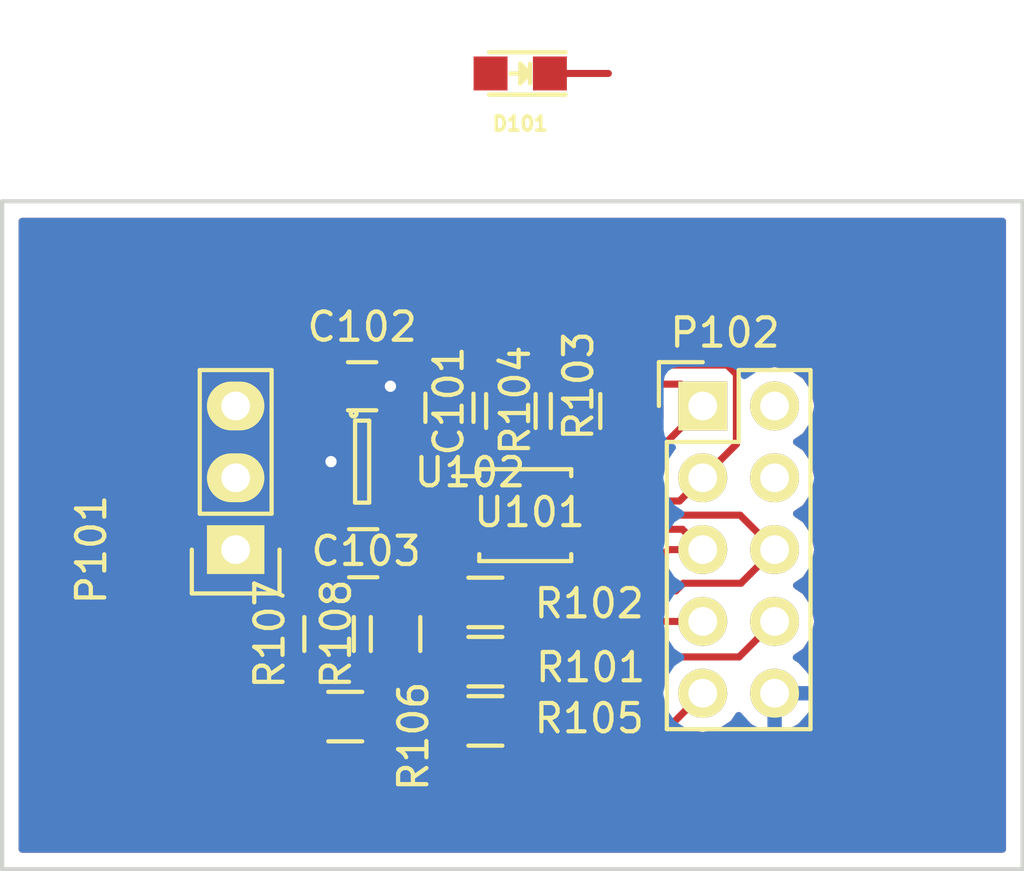
<source format=kicad_pcb>
(kicad_pcb (version 4) (host pcbnew 4.0.0-rc1-stable)

  (general
    (links 87)
    (no_connects 55)
    (area 165.786999 91.237999 202.005001 115.010001)
    (thickness 1.6)
    (drawings 4)
    (tracks 81)
    (zones 0)
    (modules 16)
    (nets 16)
  )

  (page A4)
  (layers
    (0 F.Cu signal)
    (31 B.Cu signal)
    (32 B.Adhes user)
    (33 F.Adhes user)
    (34 B.Paste user)
    (35 F.Paste user)
    (36 B.SilkS user)
    (37 F.SilkS user)
    (38 B.Mask user)
    (39 F.Mask user)
    (40 Dwgs.User user)
    (41 Cmts.User user)
    (42 Eco1.User user)
    (43 Eco2.User user)
    (44 Edge.Cuts user)
    (45 Margin user)
    (46 B.CrtYd user)
    (47 F.CrtYd user)
    (48 B.Fab user)
    (49 F.Fab user)
  )

  (setup
    (last_trace_width 0.25)
    (trace_clearance 0.2)
    (zone_clearance 0.508)
    (zone_45_only no)
    (trace_min 0.2)
    (segment_width 0.2)
    (edge_width 0.15)
    (via_size 0.6)
    (via_drill 0.4)
    (via_min_size 0.4)
    (via_min_drill 0.3)
    (uvia_size 0.3)
    (uvia_drill 0.1)
    (uvias_allowed no)
    (uvia_min_size 0.2)
    (uvia_min_drill 0.1)
    (pcb_text_width 0.3)
    (pcb_text_size 1.5 1.5)
    (mod_edge_width 0.15)
    (mod_text_size 1 1)
    (mod_text_width 0.15)
    (pad_size 1.524 1.524)
    (pad_drill 0.762)
    (pad_to_mask_clearance 0.2)
    (aux_axis_origin 0 0)
    (visible_elements FFFEFF3F)
    (pcbplotparams
      (layerselection 0x00030_80000001)
      (usegerberextensions false)
      (excludeedgelayer true)
      (linewidth 0.100000)
      (plotframeref false)
      (viasonmask false)
      (mode 1)
      (useauxorigin false)
      (hpglpennumber 1)
      (hpglpenspeed 20)
      (hpglpendiameter 15)
      (hpglpenoverlay 2)
      (psnegative false)
      (psa4output false)
      (plotreference true)
      (plotvalue true)
      (plotinvisibletext false)
      (padsonsilk false)
      (subtractmaskfromsilk false)
      (outputformat 1)
      (mirror false)
      (drillshape 1)
      (scaleselection 1)
      (outputdirectory ""))
  )

  (net 0 "")
  (net 1 +3V3)
  (net 2 GND)
  (net 3 +5V)
  (net 4 "Net-(D101-Pad1)")
  (net 5 /PNP_B)
  (net 6 /PNP_E)
  (net 7 /I2C_SCL)
  (net 8 /I2C_SDA)
  (net 9 /PRB_EN)
  (net 10 /GPIO_0)
  (net 11 /GPIO_1)
  (net 12 /I2C_A0)
  (net 13 /PRB_CAT)
  (net 14 /I2C_A1)
  (net 15 "Net-(U102-Pad4)")

  (net_class Default "This is the default net class."
    (clearance 0.2)
    (trace_width 0.25)
    (via_dia 0.6)
    (via_drill 0.4)
    (uvia_dia 0.3)
    (uvia_drill 0.1)
    (add_net +3V3)
    (add_net +5V)
    (add_net /GPIO_0)
    (add_net /GPIO_1)
    (add_net /I2C_A0)
    (add_net /I2C_A1)
    (add_net /I2C_SCL)
    (add_net /I2C_SDA)
    (add_net /PNP_B)
    (add_net /PNP_E)
    (add_net /PRB_CAT)
    (add_net /PRB_EN)
    (add_net GND)
    (add_net "Net-(D1-Pad1)")
    (add_net "Net-(D101-Pad1)")
    (add_net "Net-(U102-Pad4)")
    (add_net "Net-(U2-Pad4)")
  )

  (module Resistors_SMD:R_0805 (layer F.Cu) (tedit 560D4CEC) (tstamp 560C07EB)
    (at 182.9435 109.6899)
    (descr "Resistor SMD 0805, reflow soldering, Vishay (see dcrcw.pdf)")
    (tags "resistor 0805")
    (path /560BF87A)
    (attr smd)
    (fp_text reference R105 (at 3.6703 -0.0889) (layer F.SilkS)
      (effects (font (size 1 1) (thickness 0.15)))
    )
    (fp_text value 100K (at 0 2.1) (layer F.Fab)
      (effects (font (size 1 1) (thickness 0.15)))
    )
    (fp_line (start -1.6 -1) (end 1.6 -1) (layer F.CrtYd) (width 0.05))
    (fp_line (start -1.6 1) (end 1.6 1) (layer F.CrtYd) (width 0.05))
    (fp_line (start -1.6 -1) (end -1.6 1) (layer F.CrtYd) (width 0.05))
    (fp_line (start 1.6 -1) (end 1.6 1) (layer F.CrtYd) (width 0.05))
    (fp_line (start 0.6 0.875) (end -0.6 0.875) (layer F.SilkS) (width 0.15))
    (fp_line (start -0.6 -0.875) (end 0.6 -0.875) (layer F.SilkS) (width 0.15))
    (pad 1 smd rect (at -0.95 0) (size 0.7 1.3) (layers F.Cu F.Paste F.Mask)
      (net 2 GND))
    (pad 2 smd rect (at 0.95 0) (size 0.7 1.3) (layers F.Cu F.Paste F.Mask)
      (net 13 /PRB_CAT))
    (model Resistors_SMD.3dshapes/R_0805.wrl
      (at (xyz 0 0 0))
      (scale (xyz 1 1 1))
      (rotate (xyz 0 0 0))
    )
  )

  (module Housings_SSOP:MSOP-10-1EP_3x3mm_Pitch0.5mm (layer F.Cu) (tedit 560C1201) (tstamp 560C0803)
    (at 184.3532 102.4128)
    (descr "MSE Package; 10-Lead Plastic MSOP, Exposed Die Pad (see Linear Technology 05081664_I_MSE.pdf)")
    (tags "SSOP 0.5")
    (path /560BF2A2)
    (attr smd)
    (fp_text reference U101 (at 0.1524 -0.1016) (layer F.SilkS)
      (effects (font (size 1 1) (thickness 0.15)))
    )
    (fp_text value TMP435 (at 0 2.55) (layer F.Fab)
      (effects (font (size 1 1) (thickness 0.15)))
    )
    (fp_line (start -2.8 -1.8) (end -2.8 1.8) (layer F.CrtYd) (width 0.05))
    (fp_line (start 2.8 -1.8) (end 2.8 1.8) (layer F.CrtYd) (width 0.05))
    (fp_line (start -2.8 -1.8) (end 2.8 -1.8) (layer F.CrtYd) (width 0.05))
    (fp_line (start -2.8 1.8) (end 2.8 1.8) (layer F.CrtYd) (width 0.05))
    (fp_line (start -1.625 -1.625) (end -1.625 -1.3775) (layer F.SilkS) (width 0.15))
    (fp_line (start 1.625 -1.625) (end 1.625 -1.3775) (layer F.SilkS) (width 0.15))
    (fp_line (start 1.625 1.625) (end 1.625 1.3775) (layer F.SilkS) (width 0.15))
    (fp_line (start -1.625 1.625) (end -1.625 1.3775) (layer F.SilkS) (width 0.15))
    (fp_line (start -1.625 -1.625) (end 1.625 -1.625) (layer F.SilkS) (width 0.15))
    (fp_line (start -1.625 1.625) (end 1.625 1.625) (layer F.SilkS) (width 0.15))
    (fp_line (start -1.625 -1.3775) (end -2.55 -1.3775) (layer F.SilkS) (width 0.15))
    (pad 1 smd rect (at -2.105 -1) (size 0.89 0.305) (layers F.Cu F.Paste F.Mask)
      (net 1 +3V3))
    (pad 2 smd rect (at -2.105 -0.5) (size 0.89 0.305) (layers F.Cu F.Paste F.Mask)
      (net 6 /PNP_E))
    (pad 3 smd rect (at -2.105 0) (size 0.89 0.305) (layers F.Cu F.Paste F.Mask)
      (net 5 /PNP_B))
    (pad 4 smd rect (at -2.105 0.5) (size 0.89 0.305) (layers F.Cu F.Paste F.Mask)
      (net 12 /I2C_A0))
    (pad 5 smd rect (at -2.105 1) (size 0.89 0.305) (layers F.Cu F.Paste F.Mask)
      (net 14 /I2C_A1))
    (pad 6 smd rect (at 2.105 1) (size 0.89 0.305) (layers F.Cu F.Paste F.Mask)
      (net 2 GND))
    (pad 7 smd rect (at 2.105 0.5) (size 0.89 0.305) (layers F.Cu F.Paste F.Mask)
      (net 10 /GPIO_0))
    (pad 8 smd rect (at 2.105 0) (size 0.89 0.305) (layers F.Cu F.Paste F.Mask)
      (net 11 /GPIO_1))
    (pad 9 smd rect (at 2.105 -0.5) (size 0.89 0.305) (layers F.Cu F.Paste F.Mask)
      (net 8 /I2C_SDA))
    (pad 10 smd rect (at 2.105 -1) (size 0.89 0.305) (layers F.Cu F.Paste F.Mask)
      (net 7 /I2C_SCL))
    (pad 11 smd rect (at 0.42 0.47) (size 0.84 0.94) (layers F.Cu F.Paste F.Mask)
      (solder_paste_margin_ratio -0.2))
    (pad 11 smd rect (at 0.42 -0.47) (size 0.84 0.94) (layers F.Cu F.Paste F.Mask)
      (solder_paste_margin_ratio -0.2))
    (pad 11 smd rect (at -0.42 0.47) (size 0.84 0.94) (layers F.Cu F.Paste F.Mask)
      (solder_paste_margin_ratio -0.2))
    (pad 11 smd rect (at -0.42 -0.47) (size 0.84 0.94) (layers F.Cu F.Paste F.Mask)
      (solder_paste_margin_ratio -0.2))
    (model Housings_SSOP.3dshapes/MSOP-10-1EP_3x3mm_Pitch0.5mm.wrl
      (at (xyz 0 0 0))
      (scale (xyz 1 1 1))
      (rotate (xyz 0 0 0))
    )
  )

  (module Capacitors_SMD:C_0805 (layer F.Cu) (tedit 5415D6EA) (tstamp 560C07B2)
    (at 178.5874 97.8535)
    (descr "Capacitor SMD 0805, reflow soldering, AVX (see smccp.pdf)")
    (tags "capacitor 0805")
    (path /560C10CB)
    (attr smd)
    (fp_text reference C102 (at 0 -2.1) (layer F.SilkS)
      (effects (font (size 1 1) (thickness 0.15)))
    )
    (fp_text value 4.7uF (at 0 2.1) (layer F.Fab)
      (effects (font (size 1 1) (thickness 0.15)))
    )
    (fp_line (start -1.8 -1) (end 1.8 -1) (layer F.CrtYd) (width 0.05))
    (fp_line (start -1.8 1) (end 1.8 1) (layer F.CrtYd) (width 0.05))
    (fp_line (start -1.8 -1) (end -1.8 1) (layer F.CrtYd) (width 0.05))
    (fp_line (start 1.8 -1) (end 1.8 1) (layer F.CrtYd) (width 0.05))
    (fp_line (start 0.5 -0.85) (end -0.5 -0.85) (layer F.SilkS) (width 0.15))
    (fp_line (start -0.5 0.85) (end 0.5 0.85) (layer F.SilkS) (width 0.15))
    (pad 1 smd rect (at -1 0) (size 1 1.25) (layers F.Cu F.Paste F.Mask)
      (net 3 +5V))
    (pad 2 smd rect (at 1 0) (size 1 1.25) (layers F.Cu F.Paste F.Mask)
      (net 2 GND))
    (model Capacitors_SMD.3dshapes/C_0805.wrl
      (at (xyz 0 0 0))
      (scale (xyz 1 1 1))
      (rotate (xyz 0 0 0))
    )
  )

  (module Resistors_SMD:R_0805 (layer F.Cu) (tedit 560D4CEA) (tstamp 560C07D3)
    (at 182.9435 107.5944)
    (descr "Resistor SMD 0805, reflow soldering, Vishay (see dcrcw.pdf)")
    (tags "resistor 0805")
    (path /560C0697)
    (attr smd)
    (fp_text reference R101 (at 3.7211 0.2032) (layer F.SilkS)
      (effects (font (size 1 1) (thickness 0.15)))
    )
    (fp_text value 100K (at 0 2.1) (layer F.Fab)
      (effects (font (size 1 1) (thickness 0.15)))
    )
    (fp_line (start -1.6 -1) (end 1.6 -1) (layer F.CrtYd) (width 0.05))
    (fp_line (start -1.6 1) (end 1.6 1) (layer F.CrtYd) (width 0.05))
    (fp_line (start -1.6 -1) (end -1.6 1) (layer F.CrtYd) (width 0.05))
    (fp_line (start 1.6 -1) (end 1.6 1) (layer F.CrtYd) (width 0.05))
    (fp_line (start 0.6 0.875) (end -0.6 0.875) (layer F.SilkS) (width 0.15))
    (fp_line (start -0.6 -0.875) (end 0.6 -0.875) (layer F.SilkS) (width 0.15))
    (pad 1 smd rect (at -0.95 0) (size 0.7 1.3) (layers F.Cu F.Paste F.Mask)
      (net 1 +3V3))
    (pad 2 smd rect (at 0.95 0) (size 0.7 1.3) (layers F.Cu F.Paste F.Mask)
      (net 11 /GPIO_1))
    (model Resistors_SMD.3dshapes/R_0805.wrl
      (at (xyz 0 0 0))
      (scale (xyz 1 1 1))
      (rotate (xyz 0 0 0))
    )
  )

  (module Resistors_SMD:R_0805 (layer F.Cu) (tedit 560D4CE8) (tstamp 560C07D9)
    (at 182.9435 105.4989)
    (descr "Resistor SMD 0805, reflow soldering, Vishay (see dcrcw.pdf)")
    (tags "resistor 0805")
    (path /560C042A)
    (attr smd)
    (fp_text reference R102 (at 3.6703 0.0381) (layer F.SilkS)
      (effects (font (size 1 1) (thickness 0.15)))
    )
    (fp_text value 100K (at 0 2.1) (layer F.Fab)
      (effects (font (size 1 1) (thickness 0.15)))
    )
    (fp_line (start -1.6 -1) (end 1.6 -1) (layer F.CrtYd) (width 0.05))
    (fp_line (start -1.6 1) (end 1.6 1) (layer F.CrtYd) (width 0.05))
    (fp_line (start -1.6 -1) (end -1.6 1) (layer F.CrtYd) (width 0.05))
    (fp_line (start 1.6 -1) (end 1.6 1) (layer F.CrtYd) (width 0.05))
    (fp_line (start 0.6 0.875) (end -0.6 0.875) (layer F.SilkS) (width 0.15))
    (fp_line (start -0.6 -0.875) (end 0.6 -0.875) (layer F.SilkS) (width 0.15))
    (pad 1 smd rect (at -0.95 0) (size 0.7 1.3) (layers F.Cu F.Paste F.Mask)
      (net 1 +3V3))
    (pad 2 smd rect (at 0.95 0) (size 0.7 1.3) (layers F.Cu F.Paste F.Mask)
      (net 10 /GPIO_0))
    (model Resistors_SMD.3dshapes/R_0805.wrl
      (at (xyz 0 0 0))
      (scale (xyz 1 1 1))
      (rotate (xyz 0 0 0))
    )
  )

  (module Pin_Headers:Pin_Header_Straight_2x05 (layer F.Cu) (tedit 560D4CC3) (tstamp 560C07CD)
    (at 190.627 98.552)
    (descr "Through hole pin header")
    (tags "pin header")
    (path /560BF5FA)
    (fp_text reference P102 (at 0.7874 -2.5908 180) (layer F.SilkS)
      (effects (font (size 1 1) (thickness 0.15)))
    )
    (fp_text value CONN_02X05 (at 0 -3.1) (layer F.Fab)
      (effects (font (size 1 1) (thickness 0.15)))
    )
    (fp_line (start -1.75 -1.75) (end -1.75 11.95) (layer F.CrtYd) (width 0.05))
    (fp_line (start 4.3 -1.75) (end 4.3 11.95) (layer F.CrtYd) (width 0.05))
    (fp_line (start -1.75 -1.75) (end 4.3 -1.75) (layer F.CrtYd) (width 0.05))
    (fp_line (start -1.75 11.95) (end 4.3 11.95) (layer F.CrtYd) (width 0.05))
    (fp_line (start 3.81 -1.27) (end 3.81 11.43) (layer F.SilkS) (width 0.15))
    (fp_line (start 3.81 11.43) (end -1.27 11.43) (layer F.SilkS) (width 0.15))
    (fp_line (start -1.27 11.43) (end -1.27 1.27) (layer F.SilkS) (width 0.15))
    (fp_line (start 3.81 -1.27) (end 1.27 -1.27) (layer F.SilkS) (width 0.15))
    (fp_line (start 0 -1.55) (end -1.55 -1.55) (layer F.SilkS) (width 0.15))
    (fp_line (start 1.27 -1.27) (end 1.27 1.27) (layer F.SilkS) (width 0.15))
    (fp_line (start 1.27 1.27) (end -1.27 1.27) (layer F.SilkS) (width 0.15))
    (fp_line (start -1.55 -1.55) (end -1.55 0) (layer F.SilkS) (width 0.15))
    (pad 1 thru_hole rect (at 0 0) (size 1.7272 1.7272) (drill 1.016) (layers *.Cu *.Mask F.SilkS)
      (net 7 /I2C_SCL))
    (pad 2 thru_hole oval (at 2.54 0) (size 1.7272 1.7272) (drill 1.016) (layers *.Cu *.Mask F.SilkS)
      (net 3 +5V))
    (pad 3 thru_hole oval (at 0 2.54) (size 1.7272 1.7272) (drill 1.016) (layers *.Cu *.Mask F.SilkS)
      (net 8 /I2C_SDA))
    (pad 4 thru_hole oval (at 2.54 2.54) (size 1.7272 1.7272) (drill 1.016) (layers *.Cu *.Mask F.SilkS)
      (net 9 /PRB_EN))
    (pad 5 thru_hole oval (at 0 5.08) (size 1.7272 1.7272) (drill 1.016) (layers *.Cu *.Mask F.SilkS)
      (net 10 /GPIO_0))
    (pad 6 thru_hole oval (at 2.54 5.08) (size 1.7272 1.7272) (drill 1.016) (layers *.Cu *.Mask F.SilkS)
      (net 11 /GPIO_1))
    (pad 7 thru_hole oval (at 0 7.62) (size 1.7272 1.7272) (drill 1.016) (layers *.Cu *.Mask F.SilkS)
      (net 12 /I2C_A0))
    (pad 8 thru_hole oval (at 2.54 7.62) (size 1.7272 1.7272) (drill 1.016) (layers *.Cu *.Mask F.SilkS)
      (net 13 /PRB_CAT))
    (pad 9 thru_hole oval (at 0 10.16) (size 1.7272 1.7272) (drill 1.016) (layers *.Cu *.Mask F.SilkS)
      (net 14 /I2C_A1))
    (pad 10 thru_hole oval (at 2.54 10.16) (size 1.7272 1.7272) (drill 1.016) (layers *.Cu *.Mask F.SilkS)
      (net 2 GND))
    (model Pin_Headers.3dshapes/Pin_Header_Straight_2x05.wrl
      (at (xyz 0.05 -0.2 0))
      (scale (xyz 1 1 1))
      (rotate (xyz 0 0 90))
    )
  )

  (module Housings_SOT-23_SOT-143_TSOT-6:SOT-23-5 (layer F.Cu) (tedit 560C0A21) (tstamp 560C080C)
    (at 178.5874 100.5205)
    (descr "5-pin SOT23 package")
    (tags SOT-23-5)
    (path /560BF49F)
    (attr smd)
    (fp_text reference U102 (at 3.81 0.381) (layer F.SilkS)
      (effects (font (size 1 1) (thickness 0.15)))
    )
    (fp_text value TPS73233 (at -0.05 2.35) (layer F.Fab)
      (effects (font (size 1 1) (thickness 0.15)))
    )
    (fp_line (start -1.8 -1.6) (end 1.8 -1.6) (layer F.CrtYd) (width 0.05))
    (fp_line (start 1.8 -1.6) (end 1.8 1.6) (layer F.CrtYd) (width 0.05))
    (fp_line (start 1.8 1.6) (end -1.8 1.6) (layer F.CrtYd) (width 0.05))
    (fp_line (start -1.8 1.6) (end -1.8 -1.6) (layer F.CrtYd) (width 0.05))
    (fp_circle (center -0.3 -1.7) (end -0.2 -1.7) (layer F.SilkS) (width 0.15))
    (fp_line (start 0.25 -1.45) (end -0.25 -1.45) (layer F.SilkS) (width 0.15))
    (fp_line (start 0.25 1.45) (end 0.25 -1.45) (layer F.SilkS) (width 0.15))
    (fp_line (start -0.25 1.45) (end 0.25 1.45) (layer F.SilkS) (width 0.15))
    (fp_line (start -0.25 -1.45) (end -0.25 1.45) (layer F.SilkS) (width 0.15))
    (pad 1 smd rect (at -1.1 -0.95) (size 1.06 0.65) (layers F.Cu F.Paste F.Mask)
      (net 3 +5V))
    (pad 2 smd rect (at -1.1 0) (size 1.06 0.65) (layers F.Cu F.Paste F.Mask)
      (net 2 GND))
    (pad 3 smd rect (at -1.1 0.95) (size 1.06 0.65) (layers F.Cu F.Paste F.Mask)
      (net 9 /PRB_EN))
    (pad 4 smd rect (at 1.1 0.95) (size 1.06 0.65) (layers F.Cu F.Paste F.Mask)
      (net 15 "Net-(U102-Pad4)"))
    (pad 5 smd rect (at 1.1 -0.95) (size 1.06 0.65) (layers F.Cu F.Paste F.Mask)
      (net 1 +3V3))
    (model Housings_SOT-23_SOT-143_TSOT-6.3dshapes/SOT-23-5.wrl
      (at (xyz 0 0 0))
      (scale (xyz 0.11 0.11 0.11))
      (rotate (xyz 0 0 90))
    )
  )

  (module Resistors_SMD:R_0805 (layer F.Cu) (tedit 560C11EE) (tstamp 560C07DF)
    (at 186.1312 98.7298 90)
    (descr "Resistor SMD 0805, reflow soldering, Vishay (see dcrcw.pdf)")
    (tags "resistor 0805")
    (path /560BFC6A)
    (attr smd)
    (fp_text reference R103 (at 0.889 0.1016 90) (layer F.SilkS)
      (effects (font (size 1 1) (thickness 0.15)))
    )
    (fp_text value 1.8K (at 0 2.1 90) (layer F.Fab)
      (effects (font (size 1 1) (thickness 0.15)))
    )
    (fp_line (start -1.6 -1) (end 1.6 -1) (layer F.CrtYd) (width 0.05))
    (fp_line (start -1.6 1) (end 1.6 1) (layer F.CrtYd) (width 0.05))
    (fp_line (start -1.6 -1) (end -1.6 1) (layer F.CrtYd) (width 0.05))
    (fp_line (start 1.6 -1) (end 1.6 1) (layer F.CrtYd) (width 0.05))
    (fp_line (start 0.6 0.875) (end -0.6 0.875) (layer F.SilkS) (width 0.15))
    (fp_line (start -0.6 -0.875) (end 0.6 -0.875) (layer F.SilkS) (width 0.15))
    (pad 1 smd rect (at -0.95 0 90) (size 0.7 1.3) (layers F.Cu F.Paste F.Mask)
      (net 1 +3V3))
    (pad 2 smd rect (at 0.95 0 90) (size 0.7 1.3) (layers F.Cu F.Paste F.Mask)
      (net 7 /I2C_SCL))
    (model Resistors_SMD.3dshapes/R_0805.wrl
      (at (xyz 0 0 0))
      (scale (xyz 1 1 1))
      (rotate (xyz 0 0 0))
    )
  )

  (module Capacitors_SMD:C_0805 (layer F.Cu) (tedit 5415D6EA) (tstamp 560C07AC)
    (at 181.6735 98.6155 90)
    (descr "Capacitor SMD 0805, reflow soldering, AVX (see smccp.pdf)")
    (tags "capacitor 0805")
    (path /560C12C9)
    (attr smd)
    (fp_text reference C101 (at 0.2413 -0.0254 90) (layer F.SilkS)
      (effects (font (size 1 1) (thickness 0.15)))
    )
    (fp_text value 100nF (at 0 2.1 90) (layer F.Fab)
      (effects (font (size 1 1) (thickness 0.15)))
    )
    (fp_line (start -1.8 -1) (end 1.8 -1) (layer F.CrtYd) (width 0.05))
    (fp_line (start -1.8 1) (end 1.8 1) (layer F.CrtYd) (width 0.05))
    (fp_line (start -1.8 -1) (end -1.8 1) (layer F.CrtYd) (width 0.05))
    (fp_line (start 1.8 -1) (end 1.8 1) (layer F.CrtYd) (width 0.05))
    (fp_line (start 0.5 -0.85) (end -0.5 -0.85) (layer F.SilkS) (width 0.15))
    (fp_line (start -0.5 0.85) (end 0.5 0.85) (layer F.SilkS) (width 0.15))
    (pad 1 smd rect (at -1 0 90) (size 1 1.25) (layers F.Cu F.Paste F.Mask)
      (net 1 +3V3))
    (pad 2 smd rect (at 1 0 90) (size 1 1.25) (layers F.Cu F.Paste F.Mask)
      (net 2 GND))
    (model Capacitors_SMD.3dshapes/C_0805.wrl
      (at (xyz 0 0 0))
      (scale (xyz 1 1 1))
      (rotate (xyz 0 0 0))
    )
  )

  (module Resistors_SMD:R_0805 (layer F.Cu) (tedit 560C11FE) (tstamp 560C07E5)
    (at 183.8452 98.7298 90)
    (descr "Resistor SMD 0805, reflow soldering, Vishay (see dcrcw.pdf)")
    (tags "resistor 0805")
    (path /560BFCD7)
    (attr smd)
    (fp_text reference R104 (at 0.381 0.1524 90) (layer F.SilkS)
      (effects (font (size 1 1) (thickness 0.15)))
    )
    (fp_text value 1.8K (at 0 2.1 90) (layer F.Fab)
      (effects (font (size 1 1) (thickness 0.15)))
    )
    (fp_line (start -1.6 -1) (end 1.6 -1) (layer F.CrtYd) (width 0.05))
    (fp_line (start -1.6 1) (end 1.6 1) (layer F.CrtYd) (width 0.05))
    (fp_line (start -1.6 -1) (end -1.6 1) (layer F.CrtYd) (width 0.05))
    (fp_line (start 1.6 -1) (end 1.6 1) (layer F.CrtYd) (width 0.05))
    (fp_line (start 0.6 0.875) (end -0.6 0.875) (layer F.SilkS) (width 0.15))
    (fp_line (start -0.6 -0.875) (end 0.6 -0.875) (layer F.SilkS) (width 0.15))
    (pad 1 smd rect (at -0.95 0 90) (size 0.7 1.3) (layers F.Cu F.Paste F.Mask)
      (net 1 +3V3))
    (pad 2 smd rect (at 0.95 0 90) (size 0.7 1.3) (layers F.Cu F.Paste F.Mask)
      (net 8 /I2C_SDA))
    (model Resistors_SMD.3dshapes/R_0805.wrl
      (at (xyz 0 0 0))
      (scale (xyz 1 1 1))
      (rotate (xyz 0 0 0))
    )
  )

  (module LEDs:LED-0805 (layer F.Cu) (tedit 560D4EC3) (tstamp 560C07B8)
    (at 184.1754 86.7918 180)
    (descr "LED 0805 smd package")
    (tags "LED 0805 SMD")
    (path /560C0861)
    (attr smd)
    (fp_text reference D101 (at 0 -1.778 180) (layer F.SilkS)
      (effects (font (size 0.5 0.5) (thickness 0.125)))
    )
    (fp_text value LED (at 0 1.75 180) (layer F.Fab)
      (effects (font (size 1 1) (thickness 0.15)))
    )
    (fp_line (start -1.6 0.75) (end 1.1 0.75) (layer F.SilkS) (width 0.15))
    (fp_line (start -1.6 -0.75) (end 1.1 -0.75) (layer F.SilkS) (width 0.15))
    (fp_line (start -0.1 0.15) (end -0.1 -0.1) (layer F.SilkS) (width 0.15))
    (fp_line (start -0.1 -0.1) (end -0.25 0.05) (layer F.SilkS) (width 0.15))
    (fp_line (start -0.35 -0.35) (end -0.35 0.35) (layer F.SilkS) (width 0.15))
    (fp_line (start 0 0) (end 0.35 0) (layer F.SilkS) (width 0.15))
    (fp_line (start -0.35 0) (end 0 -0.35) (layer F.SilkS) (width 0.15))
    (fp_line (start 0 -0.35) (end 0 0.35) (layer F.SilkS) (width 0.15))
    (fp_line (start 0 0.35) (end -0.35 0) (layer F.SilkS) (width 0.15))
    (fp_line (start 1.9 -0.95) (end 1.9 0.95) (layer F.CrtYd) (width 0.05))
    (fp_line (start 1.9 0.95) (end -1.9 0.95) (layer F.CrtYd) (width 0.05))
    (fp_line (start -1.9 0.95) (end -1.9 -0.95) (layer F.CrtYd) (width 0.05))
    (fp_line (start -1.9 -0.95) (end 1.9 -0.95) (layer F.CrtYd) (width 0.05))
    (pad 2 smd rect (at 1.04902 0) (size 1.19888 1.19888) (layers F.Cu F.Paste F.Mask)
      (net 1 +3V3))
    (pad 1 smd rect (at -1.04902 0) (size 1.19888 1.19888) (layers F.Cu F.Paste F.Mask)
      (net 4 "Net-(D101-Pad1)"))
    (model LEDs.3dshapes/LED-0805.wrl
      (at (xyz 0 0 0))
      (scale (xyz 1 1 1))
      (rotate (xyz 0 0 0))
    )
  )

  (module Socket_Strips:Socket_Strip_Straight_1x03 (layer F.Cu) (tedit 54E9F429) (tstamp 560C07BF)
    (at 174.117 103.632 90)
    (descr "Through hole socket strip")
    (tags "socket strip")
    (path /560C0B74)
    (fp_text reference P101 (at 0 -5.1 90) (layer F.SilkS)
      (effects (font (size 1 1) (thickness 0.15)))
    )
    (fp_text value CONN_01X03 (at 0 -3.1 90) (layer F.Fab)
      (effects (font (size 1 1) (thickness 0.15)))
    )
    (fp_line (start 0 -1.55) (end -1.55 -1.55) (layer F.SilkS) (width 0.15))
    (fp_line (start -1.55 -1.55) (end -1.55 1.55) (layer F.SilkS) (width 0.15))
    (fp_line (start -1.55 1.55) (end 0 1.55) (layer F.SilkS) (width 0.15))
    (fp_line (start -1.75 -1.75) (end -1.75 1.75) (layer F.CrtYd) (width 0.05))
    (fp_line (start 6.85 -1.75) (end 6.85 1.75) (layer F.CrtYd) (width 0.05))
    (fp_line (start -1.75 -1.75) (end 6.85 -1.75) (layer F.CrtYd) (width 0.05))
    (fp_line (start -1.75 1.75) (end 6.85 1.75) (layer F.CrtYd) (width 0.05))
    (fp_line (start 1.27 -1.27) (end 6.35 -1.27) (layer F.SilkS) (width 0.15))
    (fp_line (start 6.35 -1.27) (end 6.35 1.27) (layer F.SilkS) (width 0.15))
    (fp_line (start 6.35 1.27) (end 1.27 1.27) (layer F.SilkS) (width 0.15))
    (fp_line (start 1.27 1.27) (end 1.27 -1.27) (layer F.SilkS) (width 0.15))
    (pad 1 thru_hole rect (at 0 0 90) (size 1.7272 2.032) (drill 1.016) (layers *.Cu *.Mask F.SilkS)
      (net 2 GND))
    (pad 2 thru_hole oval (at 2.54 0 90) (size 1.7272 2.032) (drill 1.016) (layers *.Cu *.Mask F.SilkS)
      (net 5 /PNP_B))
    (pad 3 thru_hole oval (at 5.08 0 90) (size 1.7272 2.032) (drill 1.016) (layers *.Cu *.Mask F.SilkS)
      (net 6 /PNP_E))
    (model Socket_Strips.3dshapes/Socket_Strip_Straight_1x03.wrl
      (at (xyz 0.1 0 0))
      (scale (xyz 1 1 1))
      (rotate (xyz 0 0 180))
    )
  )

  (module Resistors_SMD:R_0805 (layer F.Cu) (tedit 560C0C03) (tstamp 560C07F1)
    (at 177.9905 109.5375)
    (descr "Resistor SMD 0805, reflow soldering, Vishay (see dcrcw.pdf)")
    (tags "resistor 0805")
    (path /560C08BE)
    (attr smd)
    (fp_text reference R106 (at 2.413 0.6985 90) (layer F.SilkS)
      (effects (font (size 1 1) (thickness 0.15)))
    )
    (fp_text value 220 (at 0 2.1) (layer F.Fab)
      (effects (font (size 1 1) (thickness 0.15)))
    )
    (fp_line (start -1.6 -1) (end 1.6 -1) (layer F.CrtYd) (width 0.05))
    (fp_line (start -1.6 1) (end 1.6 1) (layer F.CrtYd) (width 0.05))
    (fp_line (start -1.6 -1) (end -1.6 1) (layer F.CrtYd) (width 0.05))
    (fp_line (start 1.6 -1) (end 1.6 1) (layer F.CrtYd) (width 0.05))
    (fp_line (start 0.6 0.875) (end -0.6 0.875) (layer F.SilkS) (width 0.15))
    (fp_line (start -0.6 -0.875) (end 0.6 -0.875) (layer F.SilkS) (width 0.15))
    (pad 1 smd rect (at -0.95 0) (size 0.7 1.3) (layers F.Cu F.Paste F.Mask)
      (net 4 "Net-(D101-Pad1)"))
    (pad 2 smd rect (at 0.95 0) (size 0.7 1.3) (layers F.Cu F.Paste F.Mask)
      (net 2 GND))
    (model Resistors_SMD.3dshapes/R_0805.wrl
      (at (xyz 0 0 0))
      (scale (xyz 1 1 1))
      (rotate (xyz 0 0 0))
    )
  )

  (module Capacitors_SMD:C_0805 (layer F.Cu) (tedit 5415D6EA) (tstamp 560D38C3)
    (at 178.6255 103.759)
    (descr "Capacitor SMD 0805, reflow soldering, AVX (see smccp.pdf)")
    (tags "capacitor 0805")
    (path /560D3517)
    (attr smd)
    (fp_text reference C103 (at 0.1016 -0.0762) (layer F.SilkS)
      (effects (font (size 1 1) (thickness 0.15)))
    )
    (fp_text value NP (at 0 2.1) (layer F.Fab)
      (effects (font (size 1 1) (thickness 0.15)))
    )
    (fp_line (start -1.8 -1) (end 1.8 -1) (layer F.CrtYd) (width 0.05))
    (fp_line (start -1.8 1) (end 1.8 1) (layer F.CrtYd) (width 0.05))
    (fp_line (start -1.8 -1) (end -1.8 1) (layer F.CrtYd) (width 0.05))
    (fp_line (start 1.8 -1) (end 1.8 1) (layer F.CrtYd) (width 0.05))
    (fp_line (start 0.5 -0.85) (end -0.5 -0.85) (layer F.SilkS) (width 0.15))
    (fp_line (start -0.5 0.85) (end 0.5 0.85) (layer F.SilkS) (width 0.15))
    (pad 1 smd rect (at -1 0) (size 1 1.25) (layers F.Cu F.Paste F.Mask)
      (net 6 /PNP_E))
    (pad 2 smd rect (at 1 0) (size 1 1.25) (layers F.Cu F.Paste F.Mask)
      (net 5 /PNP_B))
    (model Capacitors_SMD.3dshapes/C_0805.wrl
      (at (xyz 0 0 0))
      (scale (xyz 1 1 1))
      (rotate (xyz 0 0 0))
    )
  )

  (module Resistors_SMD:R_0805 (layer F.Cu) (tedit 5415CDEB) (tstamp 560D38C9)
    (at 177.419 106.6165 90)
    (descr "Resistor SMD 0805, reflow soldering, Vishay (see dcrcw.pdf)")
    (tags "resistor 0805")
    (path /560D38BE)
    (attr smd)
    (fp_text reference R107 (at 0 -2.1 90) (layer F.SilkS)
      (effects (font (size 1 1) (thickness 0.15)))
    )
    (fp_text value 0 (at 0 2.1 90) (layer F.Fab)
      (effects (font (size 1 1) (thickness 0.15)))
    )
    (fp_line (start -1.6 -1) (end 1.6 -1) (layer F.CrtYd) (width 0.05))
    (fp_line (start -1.6 1) (end 1.6 1) (layer F.CrtYd) (width 0.05))
    (fp_line (start -1.6 -1) (end -1.6 1) (layer F.CrtYd) (width 0.05))
    (fp_line (start 1.6 -1) (end 1.6 1) (layer F.CrtYd) (width 0.05))
    (fp_line (start 0.6 0.875) (end -0.6 0.875) (layer F.SilkS) (width 0.15))
    (fp_line (start -0.6 -0.875) (end 0.6 -0.875) (layer F.SilkS) (width 0.15))
    (pad 1 smd rect (at -0.95 0 90) (size 0.7 1.3) (layers F.Cu F.Paste F.Mask)
      (net 6 /PNP_E))
    (pad 2 smd rect (at 0.95 0 90) (size 0.7 1.3) (layers F.Cu F.Paste F.Mask)
      (net 6 /PNP_E))
    (model Resistors_SMD.3dshapes/R_0805.wrl
      (at (xyz 0 0 0))
      (scale (xyz 1 1 1))
      (rotate (xyz 0 0 0))
    )
  )

  (module Resistors_SMD:R_0805 (layer F.Cu) (tedit 5415CDEB) (tstamp 560D38CF)
    (at 179.7685 106.6165 90)
    (descr "Resistor SMD 0805, reflow soldering, Vishay (see dcrcw.pdf)")
    (tags "resistor 0805")
    (path /560D3947)
    (attr smd)
    (fp_text reference R108 (at 0 -2.1 90) (layer F.SilkS)
      (effects (font (size 1 1) (thickness 0.15)))
    )
    (fp_text value 0 (at 0 2.1 90) (layer F.Fab)
      (effects (font (size 1 1) (thickness 0.15)))
    )
    (fp_line (start -1.6 -1) (end 1.6 -1) (layer F.CrtYd) (width 0.05))
    (fp_line (start -1.6 1) (end 1.6 1) (layer F.CrtYd) (width 0.05))
    (fp_line (start -1.6 -1) (end -1.6 1) (layer F.CrtYd) (width 0.05))
    (fp_line (start 1.6 -1) (end 1.6 1) (layer F.CrtYd) (width 0.05))
    (fp_line (start 0.6 0.875) (end -0.6 0.875) (layer F.SilkS) (width 0.15))
    (fp_line (start -0.6 -0.875) (end 0.6 -0.875) (layer F.SilkS) (width 0.15))
    (pad 1 smd rect (at -0.95 0 90) (size 0.7 1.3) (layers F.Cu F.Paste F.Mask)
      (net 5 /PNP_B))
    (pad 2 smd rect (at 0.95 0 90) (size 0.7 1.3) (layers F.Cu F.Paste F.Mask)
      (net 5 /PNP_B))
    (model Resistors_SMD.3dshapes/R_0805.wrl
      (at (xyz 0 0 0))
      (scale (xyz 1 1 1))
      (rotate (xyz 0 0 0))
    )
  )

  (gr_line (start 165.862 91.313) (end 201.93 91.313) (angle 90) (layer Edge.Cuts) (width 0.15))
  (gr_line (start 165.862 114.935) (end 165.862 91.313) (angle 90) (layer Edge.Cuts) (width 0.15))
  (gr_line (start 201.93 114.935) (end 165.862 114.935) (angle 90) (layer Edge.Cuts) (width 0.15))
  (gr_line (start 201.93 91.313) (end 201.93 114.935) (angle 90) (layer Edge.Cuts) (width 0.15))

  (segment (start 183.1594 86.741) (end 183.12638 86.7918) (width 0.25) (layer F.Cu) (net 1) (tstamp 560D4A61) (status 80000))
  (via (at 179.5874 97.8535) (size 0.6) (drill 0.4) (layers F.Cu B.Cu) (net 2))
  (via (at 177.4874 100.5205) (size 0.6) (drill 0.4) (layers F.Cu B.Cu) (net 2) (status 30))
  (segment (start 179.5874 97.8535) (end 179.4764 97.8535) (width 0.25) (layer B.Cu) (net 2) (tstamp 560C12FA))
  (segment (start 187.2894 86.7918) (end 185.22442 86.7918) (width 0.25) (layer F.Cu) (net 4))
  (segment (start 179.7685 107.5665) (end 179.7685 108.1665) (width 0.25) (layer F.Cu) (net 5))
  (segment (start 175.458001 102.280601) (end 174.2694 101.092) (width 0.25) (layer F.Cu) (net 5))
  (segment (start 179.7685 108.1665) (end 179.693499 108.241501) (width 0.25) (layer F.Cu) (net 5))
  (segment (start 179.693499 108.241501) (end 176.261899 108.241501) (width 0.25) (layer F.Cu) (net 5))
  (segment (start 176.261899 108.241501) (end 175.458001 107.437603) (width 0.25) (layer F.Cu) (net 5))
  (segment (start 175.458001 107.437603) (end 175.458001 102.280601) (width 0.25) (layer F.Cu) (net 5))
  (segment (start 174.2694 101.092) (end 174.117 101.092) (width 0.25) (layer F.Cu) (net 5))
  (segment (start 179.6255 103.759) (end 179.6255 105.5235) (width 0.25) (layer F.Cu) (net 5))
  (segment (start 179.6255 105.5235) (end 179.7685 105.6665) (width 0.25) (layer F.Cu) (net 5))
  (segment (start 182.2482 102.4128) (end 180.8467 102.4128) (width 0.25) (layer F.Cu) (net 5))
  (segment (start 180.8467 102.4128) (end 179.6255 103.634) (width 0.25) (layer F.Cu) (net 5))
  (segment (start 179.6255 103.634) (end 179.6255 103.759) (width 0.25) (layer F.Cu) (net 5))
  (segment (start 177.419 107.5665) (end 177.119 107.5665) (width 0.25) (layer F.Cu) (net 6))
  (segment (start 177.119 107.5665) (end 176.519 106.9665) (width 0.25) (layer F.Cu) (net 6))
  (segment (start 174.2694 98.552) (end 174.117 98.552) (width 0.25) (layer F.Cu) (net 6))
  (segment (start 176.519 106.9665) (end 176.519 100.8016) (width 0.25) (layer F.Cu) (net 6))
  (segment (start 176.519 100.8016) (end 174.2694 98.552) (width 0.25) (layer F.Cu) (net 6))
  (segment (start 177.6255 103.759) (end 177.6255 105.46) (width 0.25) (layer F.Cu) (net 6))
  (segment (start 177.6255 105.46) (end 177.419 105.6665) (width 0.25) (layer F.Cu) (net 6))
  (segment (start 182.2482 101.9128) (end 180.685102 101.9128) (width 0.25) (layer F.Cu) (net 6))
  (segment (start 180.685102 101.9128) (end 179.788903 102.808999) (width 0.25) (layer F.Cu) (net 6))
  (segment (start 178.450501 102.808999) (end 177.6255 103.634) (width 0.25) (layer F.Cu) (net 6))
  (segment (start 179.788903 102.808999) (end 178.450501 102.808999) (width 0.25) (layer F.Cu) (net 6))
  (segment (start 177.6255 103.634) (end 177.6255 103.759) (width 0.25) (layer F.Cu) (net 6))
  (segment (start 186.1312 97.7798) (end 189.8548 97.7798) (width 0.25) (layer F.Cu) (net 7))
  (segment (start 189.8548 97.7798) (end 190.627 98.552) (width 0.25) (layer F.Cu) (net 7))
  (segment (start 186.4582 101.4128) (end 187.7662 101.4128) (width 0.25) (layer F.Cu) (net 7))
  (segment (start 187.7662 101.4128) (end 190.627 98.552) (width 0.25) (layer F.Cu) (net 7))
  (segment (start 186.4582 101.4128) (end 186.7507 101.4128) (width 0.25) (layer F.Cu) (net 7))
  (segment (start 190.627 101.092) (end 191.815601 99.903399) (width 0.25) (layer F.Cu) (net 8))
  (segment (start 191.815601 99.903399) (end 191.815601 97.428399) (width 0.25) (layer F.Cu) (net 8))
  (segment (start 191.815601 97.428399) (end 191.492001 97.104799) (width 0.25) (layer F.Cu) (net 8))
  (segment (start 191.492001 97.104799) (end 184.820201 97.104799) (width 0.25) (layer F.Cu) (net 8))
  (segment (start 184.820201 97.104799) (end 184.1452 97.7798) (width 0.25) (layer F.Cu) (net 8))
  (segment (start 184.1452 97.7798) (end 183.8452 97.7798) (width 0.25) (layer F.Cu) (net 8))
  (segment (start 186.4582 101.9128) (end 189.8062 101.9128) (width 0.25) (layer F.Cu) (net 8))
  (segment (start 189.8062 101.9128) (end 190.627 101.092) (width 0.25) (layer F.Cu) (net 8))
  (segment (start 186.4582 102.9128) (end 189.9078 102.9128) (width 0.25) (layer F.Cu) (net 10))
  (segment (start 189.9078 102.9128) (end 190.627 103.632) (width 0.25) (layer F.Cu) (net 10))
  (segment (start 189.405686 103.632) (end 190.627 103.632) (width 0.25) (layer F.Cu) (net 10))
  (segment (start 188.666972 104.370714) (end 189.405686 103.632) (width 0.25) (layer F.Cu) (net 10))
  (segment (start 185.621686 104.370714) (end 188.666972 104.370714) (width 0.25) (layer F.Cu) (net 10))
  (segment (start 183.8935 105.4989) (end 184.4935 105.4989) (width 0.25) (layer F.Cu) (net 10))
  (segment (start 184.4935 105.4989) (end 185.621686 104.370714) (width 0.25) (layer F.Cu) (net 10))
  (segment (start 190.365 103.37) (end 190.627 103.632) (width 0.25) (layer F.Cu) (net 10))
  (segment (start 189.207419 105.08929) (end 189.675568 105.08929) (width 0.25) (layer F.Cu) (net 11))
  (segment (start 183.8935 107.5944) (end 186.399553 105.088347) (width 0.25) (layer F.Cu) (net 11))
  (segment (start 189.675568 105.08929) (end 189.944133 104.820725) (width 0.25) (layer F.Cu) (net 11))
  (segment (start 189.944133 104.820725) (end 191.978275 104.820725) (width 0.25) (layer F.Cu) (net 11))
  (segment (start 192.303401 104.495599) (end 193.167 103.632) (width 0.25) (layer F.Cu) (net 11))
  (segment (start 189.206476 105.088347) (end 189.207419 105.08929) (width 0.25) (layer F.Cu) (net 11))
  (segment (start 191.978275 104.820725) (end 192.303401 104.495599) (width 0.25) (layer F.Cu) (net 11))
  (segment (start 186.399553 105.088347) (end 189.206476 105.088347) (width 0.25) (layer F.Cu) (net 11))
  (segment (start 186.4582 102.4128) (end 191.9478 102.4128) (width 0.25) (layer F.Cu) (net 11))
  (segment (start 191.9478 102.4128) (end 193.167 103.632) (width 0.25) (layer F.Cu) (net 11))
  (segment (start 193.167 103.632) (end 192.786 103.632) (width 0.25) (layer F.Cu) (net 11))
  (segment (start 190.627 106.172) (end 186.900902 106.172) (width 0.25) (layer F.Cu) (net 12))
  (segment (start 186.900902 106.172) (end 184.503501 108.569401) (width 0.25) (layer F.Cu) (net 12))
  (segment (start 183.283499 108.569401) (end 183.018201 108.304103) (width 0.25) (layer F.Cu) (net 12))
  (segment (start 182.9432 102.9128) (end 182.2482 102.9128) (width 0.25) (layer F.Cu) (net 12))
  (segment (start 184.503501 108.569401) (end 183.283499 108.569401) (width 0.25) (layer F.Cu) (net 12))
  (segment (start 183.018201 108.304103) (end 183.018201 102.987801) (width 0.25) (layer F.Cu) (net 12))
  (segment (start 183.018201 102.987801) (end 182.9432 102.9128) (width 0.25) (layer F.Cu) (net 12))
  (segment (start 186.757194 107.426206) (end 191.912794 107.426206) (width 0.25) (layer F.Cu) (net 13))
  (segment (start 191.912794 107.426206) (end 193.167 106.172) (width 0.25) (layer F.Cu) (net 13))
  (segment (start 183.8935 109.6899) (end 184.4935 109.6899) (width 0.25) (layer F.Cu) (net 13))
  (segment (start 184.4935 109.6899) (end 186.757194 107.426206) (width 0.25) (layer F.Cu) (net 13))
  (segment (start 193.233 106.238) (end 193.167 106.172) (width 0.25) (layer F.Cu) (net 13) (tstamp 560C10A8) (status 30))
  (segment (start 182.2482 103.4128) (end 181.9557 103.4128) (width 0.25) (layer F.Cu) (net 14))
  (segment (start 181.9557 103.4128) (end 181.318499 104.050001) (width 0.25) (layer F.Cu) (net 14))
  (segment (start 181.318499 104.050001) (end 181.318499 110.599901) (width 0.25) (layer F.Cu) (net 14))
  (segment (start 188.674099 110.664901) (end 189.763401 109.575599) (width 0.25) (layer F.Cu) (net 14))
  (segment (start 181.318499 110.599901) (end 181.383499 110.664901) (width 0.25) (layer F.Cu) (net 14))
  (segment (start 181.383499 110.664901) (end 188.674099 110.664901) (width 0.25) (layer F.Cu) (net 14))
  (segment (start 189.763401 109.575599) (end 190.627 108.712) (width 0.25) (layer F.Cu) (net 14))
  (segment (start 182.2482 103.4128) (end 182.5407 103.4128) (width 0.25) (layer F.Cu) (net 14))

  (zone (net 2) (net_name GND) (layer B.Cu) (tstamp 560C08AB) (hatch edge 0.508)
    (connect_pads (clearance 0.508))
    (min_thickness 0.254)
    (fill yes (arc_segments 16) (thermal_gap 0.508) (thermal_bridge_width 0.508))
    (polygon
      (pts
        (xy 201.93 91.313) (xy 201.93 114.935) (xy 165.862 114.935) (xy 165.862 91.313)
      )
    )
    (filled_polygon
      (pts
        (xy 201.22 114.225) (xy 166.572 114.225) (xy 166.572 101.092) (xy 189.099041 101.092) (xy 189.213115 101.665489)
        (xy 189.537971 102.15167) (xy 189.852752 102.362) (xy 189.537971 102.57233) (xy 189.213115 103.058511) (xy 189.099041 103.632)
        (xy 189.213115 104.205489) (xy 189.537971 104.69167) (xy 189.852752 104.902) (xy 189.537971 105.11233) (xy 189.213115 105.598511)
        (xy 189.099041 106.172) (xy 189.213115 106.745489) (xy 189.537971 107.23167) (xy 189.852752 107.442) (xy 189.537971 107.65233)
        (xy 189.213115 108.138511) (xy 189.099041 108.712) (xy 189.213115 109.285489) (xy 189.537971 109.77167) (xy 190.024152 110.096526)
        (xy 190.597641 110.2106) (xy 190.656359 110.2106) (xy 191.229848 110.096526) (xy 191.716029 109.77167) (xy 191.896992 109.500839)
        (xy 192.27851 109.918821) (xy 192.807973 110.166968) (xy 193.04 110.046469) (xy 193.04 108.839) (xy 193.294 108.839)
        (xy 193.294 110.046469) (xy 193.526027 110.166968) (xy 194.05549 109.918821) (xy 194.449688 109.486947) (xy 194.621958 109.071026)
        (xy 194.500817 108.839) (xy 193.294 108.839) (xy 193.04 108.839) (xy 193.02 108.839) (xy 193.02 108.585)
        (xy 193.04 108.585) (xy 193.04 108.565) (xy 193.294 108.565) (xy 193.294 108.585) (xy 194.500817 108.585)
        (xy 194.621958 108.352974) (xy 194.449688 107.937053) (xy 194.05549 107.505179) (xy 193.932772 107.447664) (xy 194.256029 107.23167)
        (xy 194.580885 106.745489) (xy 194.694959 106.172) (xy 194.580885 105.598511) (xy 194.256029 105.11233) (xy 193.941248 104.902)
        (xy 194.256029 104.69167) (xy 194.580885 104.205489) (xy 194.694959 103.632) (xy 194.580885 103.058511) (xy 194.256029 102.57233)
        (xy 193.941248 102.362) (xy 194.256029 102.15167) (xy 194.580885 101.665489) (xy 194.694959 101.092) (xy 194.580885 100.518511)
        (xy 194.256029 100.03233) (xy 193.941248 99.822) (xy 194.256029 99.61167) (xy 194.580885 99.125489) (xy 194.694959 98.552)
        (xy 194.580885 97.978511) (xy 194.256029 97.49233) (xy 193.769848 97.167474) (xy 193.196359 97.0534) (xy 193.137641 97.0534)
        (xy 192.564152 97.167474) (xy 192.098558 97.478574) (xy 192.093762 97.453083) (xy 191.95469 97.236959) (xy 191.74249 97.091969)
        (xy 191.4906 97.04096) (xy 189.7634 97.04096) (xy 189.528083 97.085238) (xy 189.311959 97.22431) (xy 189.166969 97.43651)
        (xy 189.11596 97.6884) (xy 189.11596 99.4156) (xy 189.160238 99.650917) (xy 189.29931 99.867041) (xy 189.51151 100.012031)
        (xy 189.555131 100.020864) (xy 189.537971 100.03233) (xy 189.213115 100.518511) (xy 189.099041 101.092) (xy 166.572 101.092)
        (xy 166.572 92.023) (xy 201.22 92.023)
      )
    )
  )
  (zone (net 1) (net_name +3V3) (layer F.Cu) (tstamp 560C08AB) (hatch edge 0.508)
    (connect_pads (clearance 0.508))
    (min_thickness 0.254)
    (fill yes (arc_segments 16) (thermal_gap 0.508) (thermal_bridge_width 0.508))
    (polygon
      (pts
        (xy 201.93 91.313) (xy 201.93 114.935) (xy 165.862 114.935) (xy 165.862 91.313)
      )
    )
    (filled_polygon
      (pts
        (xy 201.22 114.225) (xy 166.572 114.225) (xy 166.572 100.7595) (xy 170.32806 100.7595) (xy 170.32806 102.0595)
        (xy 170.372338 102.294817) (xy 170.51141 102.510941) (xy 170.61852 102.584126) (xy 170.524059 102.64491) (xy 170.379069 102.85711)
        (xy 170.32806 103.109) (xy 170.32806 104.409) (xy 170.372338 104.644317) (xy 170.51141 104.860441) (xy 170.72361 105.005431)
        (xy 170.9755 105.05644) (xy 171.6755 105.05644) (xy 171.910817 105.012162) (xy 172.126941 104.87309) (xy 172.271931 104.66089)
        (xy 172.274581 104.647803) (xy 172.41141 104.860441) (xy 172.62361 105.005431) (xy 172.8755 105.05644) (xy 173.5755 105.05644)
        (xy 173.810817 105.012162) (xy 174.026941 104.87309) (xy 174.171931 104.66089) (xy 174.172994 104.65564) (xy 174.25611 104.712431)
        (xy 174.508 104.76344) (xy 175.758 104.76344) (xy 175.993317 104.719162) (xy 176.209441 104.58009) (xy 176.354431 104.36789)
        (xy 176.40544 104.116) (xy 176.40544 103.116) (xy 176.361162 102.880683) (xy 176.22209 102.664559) (xy 176.152289 102.616866)
        (xy 176.209441 102.58009) (xy 176.354431 102.36789) (xy 176.40544 102.116) (xy 176.40544 101.116) (xy 176.361162 100.880683)
        (xy 176.22209 100.664559) (xy 176.00989 100.519569) (xy 175.758 100.46856) (xy 174.508 100.46856) (xy 174.272683 100.512838)
        (xy 174.186912 100.56803) (xy 174.178662 100.524183) (xy 174.03959 100.308059) (xy 173.82739 100.163069) (xy 173.5755 100.11206)
        (xy 172.8755 100.11206) (xy 172.640183 100.156338) (xy 172.424059 100.29541) (xy 172.279069 100.50761) (xy 172.276419 100.520697)
        (xy 172.13959 100.308059) (xy 171.92739 100.163069) (xy 171.6755 100.11206) (xy 170.9755 100.11206) (xy 170.740183 100.156338)
        (xy 170.524059 100.29541) (xy 170.379069 100.50761) (xy 170.32806 100.7595) (xy 166.572 100.7595) (xy 166.572 97.0393)
        (xy 180.41376 97.0393) (xy 180.41376 98.0393) (xy 180.458038 98.274617) (xy 180.59711 98.490741) (xy 180.665206 98.537269)
        (xy 180.522873 98.679602) (xy 180.4262 98.912991) (xy 180.4262 99.25355) (xy 180.58495 99.4123) (xy 181.5592 99.4123)
        (xy 181.5592 99.3923) (xy 181.8132 99.3923) (xy 181.8132 99.4123) (xy 181.8332 99.4123) (xy 181.8332 99.6663)
        (xy 181.8132 99.6663) (xy 181.8132 99.6863) (xy 181.5592 99.6863) (xy 181.5592 99.6663) (xy 180.58495 99.6663)
        (xy 180.4262 99.82505) (xy 180.4262 100.165609) (xy 180.522873 100.398998) (xy 180.701501 100.577627) (xy 180.93489 100.6743)
        (xy 181.40045 100.6743) (xy 181.559198 100.515552) (xy 181.559198 100.67405) (xy 181.443502 100.721973) (xy 181.264873 100.900601)
        (xy 181.1682 101.13399) (xy 181.1682 101.1778) (xy 181.325314 101.334914) (xy 181.206769 101.50841) (xy 181.181168 101.634832)
        (xy 181.1682 101.6478) (xy 181.1682 101.69161) (xy 181.169187 101.693994) (xy 181.15576 101.7603) (xy 181.15576 102.0653)
        (xy 181.174779 102.166379) (xy 181.15576 102.2603) (xy 181.15576 102.5653) (xy 181.174779 102.666379) (xy 181.15576 102.7603)
        (xy 181.15576 103.0653) (xy 181.167263 103.126435) (xy 180.781098 103.5126) (xy 180.616351 103.759162) (xy 180.558499 104.050001)
        (xy 180.558499 110.599901) (xy 180.616351 110.89074) (xy 180.781098 111.137302) (xy 180.846098 111.202302) (xy 181.09266 111.367049)
        (xy 181.383499 111.424901) (xy 188.674099 111.424901) (xy 188.964938 111.367049) (xy 189.2115 111.202302) (xy 190.268644 110.145158)
        (xy 190.597641 110.2106) (xy 190.656359 110.2106) (xy 191.229848 110.096526) (xy 191.716029 109.77167) (xy 191.897 109.500828)
        (xy 192.077971 109.77167) (xy 192.564152 110.096526) (xy 193.137641 110.2106) (xy 193.196359 110.2106) (xy 193.769848 110.096526)
        (xy 194.256029 109.77167) (xy 194.580885 109.285489) (xy 194.694959 108.712) (xy 194.580885 108.138511) (xy 194.256029 107.65233)
        (xy 193.941248 107.442) (xy 194.256029 107.23167) (xy 194.580885 106.745489) (xy 194.694959 106.172) (xy 194.580885 105.598511)
        (xy 194.256029 105.11233) (xy 193.941248 104.902) (xy 194.256029 104.69167) (xy 194.580885 104.205489) (xy 194.694959 103.632)
        (xy 194.580885 103.058511) (xy 194.256029 102.57233) (xy 193.941248 102.362) (xy 194.256029 102.15167) (xy 194.580885 101.665489)
        (xy 194.64876 101.324258) (xy 194.64876 101.7828) (xy 194.693038 102.018117) (xy 194.83211 102.234241) (xy 195.04431 102.379231)
        (xy 195.2962 102.43024) (xy 196.3562 102.43024) (xy 196.591517 102.385962) (xy 196.807641 102.24689) (xy 196.927433 102.071568)
        (xy 197.03211 102.234241) (xy 197.24431 102.379231) (xy 197.4962 102.43024) (xy 198.5562 102.43024) (xy 198.791517 102.385962)
        (xy 199.007641 102.24689) (xy 199.152631 102.03469) (xy 199.20364 101.7828) (xy 199.20364 101.1328) (xy 199.159362 100.897483)
        (xy 199.02029 100.681359) (xy 198.80809 100.536369) (xy 198.693635 100.513191) (xy 198.915898 100.421127) (xy 199.094527 100.242499)
        (xy 199.1912 100.00911) (xy 199.1912 99.84355) (xy 199.03245 99.6848) (xy 198.1532 99.6848) (xy 198.1532 99.7048)
        (xy 197.8992 99.7048) (xy 197.8992 99.6848) (xy 197.8792 99.6848) (xy 197.8792 99.4308) (xy 197.8992 99.4308)
        (xy 197.8992 99.4108) (xy 198.1532 99.4108) (xy 198.1532 99.4308) (xy 199.03245 99.4308) (xy 199.1912 99.27205)
        (xy 199.1912 99.10649) (xy 199.094527 98.873101) (xy 198.98873 98.767305) (xy 199.022631 98.71769) (xy 199.07364 98.4658)
        (xy 199.07364 97.2158) (xy 199.029362 96.980483) (xy 198.89029 96.764359) (xy 198.67809 96.619369) (xy 198.4262 96.56836)
        (xy 197.4262 96.56836) (xy 197.190883 96.612638) (xy 196.974759 96.75171) (xy 196.927066 96.821511) (xy 196.89029 96.764359)
        (xy 196.67809 96.619369) (xy 196.4262 96.56836) (xy 195.4262 96.56836) (xy 195.190883 96.612638) (xy 194.974759 96.75171)
        (xy 194.829769 96.96391) (xy 194.77876 97.2158) (xy 194.77876 98.4658) (xy 194.823038 98.701117) (xy 194.860157 98.758802)
        (xy 194.844759 98.76871) (xy 194.699769 98.98091) (xy 194.64876 99.2328) (xy 194.64876 99.8828) (xy 194.678021 100.038307)
        (xy 194.64876 100.1828) (xy 194.64876 100.8328) (xy 194.678021 100.988307) (xy 194.67616 100.997493) (xy 194.580885 100.518511)
        (xy 194.256029 100.03233) (xy 193.941248 99.822) (xy 194.256029 99.61167) (xy 194.580885 99.125489) (xy 194.694959 98.552)
        (xy 194.580885 97.978511) (xy 194.256029 97.49233) (xy 193.769848 97.167474) (xy 193.196359 97.0534) (xy 193.137641 97.0534)
        (xy 192.564152 97.167474) (xy 192.528445 97.191333) (xy 192.517749 97.13756) (xy 192.482789 97.085238) (xy 192.353003 96.890998)
        (xy 192.029402 96.567398) (xy 191.78284 96.402651) (xy 191.492001 96.344799) (xy 184.820201 96.344799) (xy 184.529362 96.402651)
        (xy 184.2828 96.567398) (xy 184.067838 96.78236) (xy 183.1952 96.78236) (xy 182.959883 96.826638) (xy 182.923081 96.85032)
        (xy 182.914362 96.803983) (xy 182.77529 96.587859) (xy 182.56309 96.442869) (xy 182.3112 96.39186) (xy 181.0612 96.39186)
        (xy 180.825883 96.436138) (xy 180.609759 96.57521) (xy 180.464769 96.78741) (xy 180.41376 97.0393) (xy 166.572 97.0393)
        (xy 166.572 93.68155) (xy 175.89754 93.68155) (xy 175.89754 94.12155) (xy 175.994213 94.354939) (xy 176.172842 94.533567)
        (xy 176.406231 94.63024) (xy 176.84623 94.63024) (xy 177.00498 94.47149) (xy 177.00498 93.5228) (xy 176.05629 93.5228)
        (xy 175.89754 93.68155) (xy 166.572 93.68155) (xy 166.572 92.67005) (xy 175.89754 92.67005) (xy 175.89754 93.11005)
        (xy 176.05629 93.2688) (xy 177.00498 93.2688) (xy 177.00498 92.32011) (xy 177.25898 92.32011) (xy 177.25898 93.2688)
        (xy 177.27898 93.2688) (xy 177.27898 93.5228) (xy 177.25898 93.5228) (xy 177.25898 94.47149) (xy 177.41773 94.63024)
        (xy 177.857729 94.63024) (xy 178.091118 94.533567) (xy 178.173331 94.451355) (xy 178.37869 94.591671) (xy 178.63058 94.64268)
        (xy 179.82946 94.64268) (xy 180.064777 94.598402) (xy 180.280901 94.45933) (xy 180.371341 94.326966) (xy 180.48091 94.497241)
        (xy 180.69311 94.642231) (xy 180.945 94.69324) (xy 181.645 94.69324) (xy 181.880317 94.648962) (xy 182.096441 94.50989)
        (xy 182.241431 94.29769) (xy 182.244081 94.284603) (xy 182.38091 94.497241) (xy 182.59311 94.642231) (xy 182.845 94.69324)
        (xy 183.545 94.69324) (xy 183.780317 94.648962) (xy 183.996441 94.50989) (xy 184.141431 94.29769) (xy 184.19244 94.0458)
        (xy 184.19244 92.7458) (xy 184.148162 92.510483) (xy 184.00909 92.294359) (xy 183.79689 92.149369) (xy 183.545 92.09836)
        (xy 182.845 92.09836) (xy 182.609683 92.142638) (xy 182.393559 92.28171) (xy 182.248569 92.49391) (xy 182.245919 92.506997)
        (xy 182.10909 92.294359) (xy 181.89689 92.149369) (xy 181.645 92.09836) (xy 180.945 92.09836) (xy 180.709683 92.142638)
        (xy 180.493559 92.28171) (xy 180.369609 92.463117) (xy 180.29355 92.344919) (xy 180.08135 92.199929) (xy 179.82946 92.14892)
        (xy 178.63058 92.14892) (xy 178.395263 92.193198) (xy 178.179139 92.33227) (xy 178.173544 92.340459) (xy 178.091118 92.258033)
        (xy 177.857729 92.16136) (xy 177.41773 92.16136) (xy 177.25898 92.32011) (xy 177.00498 92.32011) (xy 176.84623 92.16136)
        (xy 176.406231 92.16136) (xy 176.172842 92.258033) (xy 175.994213 92.436661) (xy 175.89754 92.67005) (xy 166.572 92.67005)
        (xy 166.572 92.023) (xy 201.22 92.023)
      )
    )
    (filled_polygon
      (pts
        (xy 189.11596 98.988238) (xy 187.451398 100.6528) (xy 187.10043 100.6528) (xy 186.990315 100.630501) (xy 187.140899 100.568127)
        (xy 187.319527 100.389498) (xy 187.4162 100.156109) (xy 187.4162 99.96555) (xy 187.25745 99.8068) (xy 186.2582 99.8068)
        (xy 186.2582 99.8268) (xy 186.0042 99.8268) (xy 186.0042 99.8068) (xy 185.00495 99.8068) (xy 184.9882 99.82355)
        (xy 184.97145 99.8068) (xy 183.9722 99.8068) (xy 183.9722 100.50605) (xy 184.13095 100.6648) (xy 184.62151 100.6648)
        (xy 184.854899 100.568127) (xy 184.9882 100.434825) (xy 185.121501 100.568127) (xy 185.35489 100.6648) (xy 185.765976 100.6648)
        (xy 185.561759 100.79621) (xy 185.487288 100.905202) (xy 185.44509 100.876369) (xy 185.1932 100.82536) (xy 183.5132 100.82536)
        (xy 183.277883 100.869638) (xy 183.230837 100.899911) (xy 183.052898 100.721973) (xy 182.819509 100.6253) (xy 182.555806 100.6253)
        (xy 182.670899 100.577627) (xy 182.75795 100.490576) (xy 182.835501 100.568127) (xy 183.06889 100.6648) (xy 183.55945 100.6648)
        (xy 183.7182 100.50605) (xy 183.7182 99.8068) (xy 183.6982 99.8068) (xy 183.6982 99.5528) (xy 183.7182 99.5528)
        (xy 183.7182 99.5328) (xy 183.9722 99.5328) (xy 183.9722 99.5528) (xy 184.97145 99.5528) (xy 184.9882 99.53605)
        (xy 185.00495 99.5528) (xy 186.0042 99.5528) (xy 186.0042 99.5328) (xy 186.2582 99.5328) (xy 186.2582 99.5528)
        (xy 187.25745 99.5528) (xy 187.4162 99.39405) (xy 187.4162 99.203491) (xy 187.319527 98.970102) (xy 187.140899 98.791473)
        (xy 187.004913 98.735146) (xy 187.016517 98.732962) (xy 187.232641 98.59389) (xy 187.269599 98.5398) (xy 189.11596 98.5398)
      )
    )
  )
)

</source>
